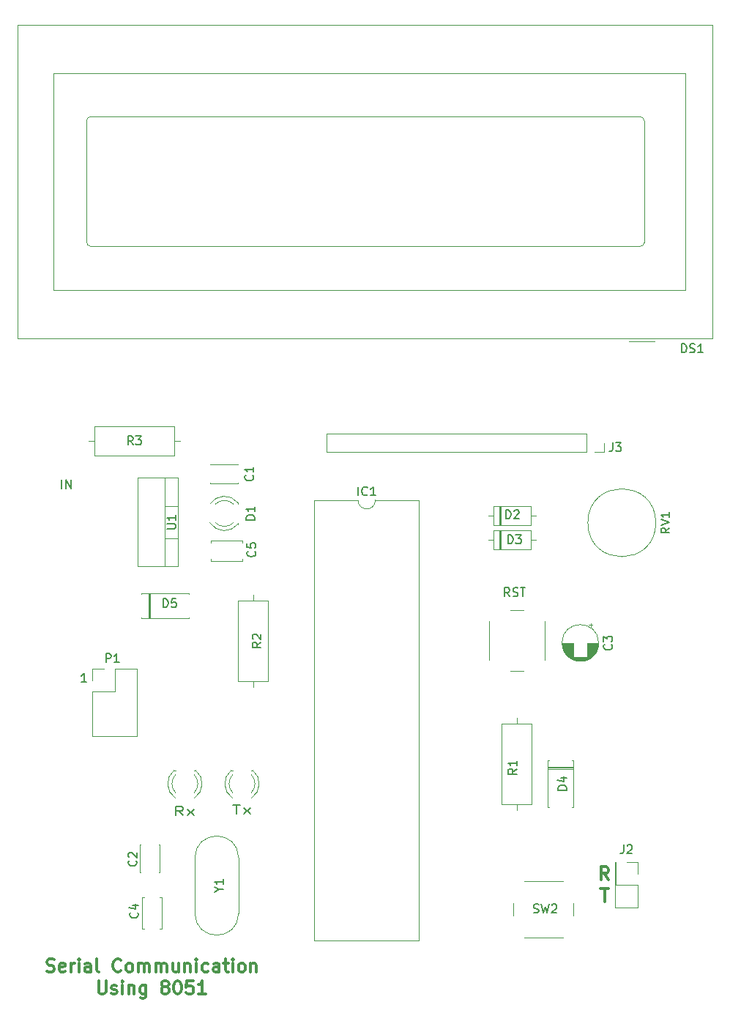
<source format=gto>
%TF.GenerationSoftware,KiCad,Pcbnew,(5.1.9)-1*%
%TF.CreationDate,2021-04-15T23:19:31+05:30*%
%TF.ProjectId,8051 Transmitter End,38303531-2054-4726-916e-736d69747465,01*%
%TF.SameCoordinates,Original*%
%TF.FileFunction,Legend,Top*%
%TF.FilePolarity,Positive*%
%FSLAX46Y46*%
G04 Gerber Fmt 4.6, Leading zero omitted, Abs format (unit mm)*
G04 Created by KiCad (PCBNEW (5.1.9)-1) date 2021-04-15 23:19:31*
%MOMM*%
%LPD*%
G01*
G04 APERTURE LIST*
%ADD10C,0.300000*%
%ADD11C,0.150000*%
%ADD12C,0.120000*%
G04 APERTURE END LIST*
D10*
X127210285Y-123355571D02*
X126710285Y-122641285D01*
X126353142Y-123355571D02*
X126353142Y-121855571D01*
X126924571Y-121855571D01*
X127067428Y-121927000D01*
X127138857Y-121998428D01*
X127210285Y-122141285D01*
X127210285Y-122355571D01*
X127138857Y-122498428D01*
X127067428Y-122569857D01*
X126924571Y-122641285D01*
X126353142Y-122641285D01*
X126317428Y-124405571D02*
X127174571Y-124405571D01*
X126746000Y-125905571D02*
X126746000Y-124405571D01*
X62279142Y-133952142D02*
X62493428Y-134023571D01*
X62850571Y-134023571D01*
X62993428Y-133952142D01*
X63064857Y-133880714D01*
X63136285Y-133737857D01*
X63136285Y-133595000D01*
X63064857Y-133452142D01*
X62993428Y-133380714D01*
X62850571Y-133309285D01*
X62564857Y-133237857D01*
X62421999Y-133166428D01*
X62350571Y-133095000D01*
X62279142Y-132952142D01*
X62279142Y-132809285D01*
X62350571Y-132666428D01*
X62421999Y-132595000D01*
X62564857Y-132523571D01*
X62921999Y-132523571D01*
X63136285Y-132595000D01*
X64350571Y-133952142D02*
X64207714Y-134023571D01*
X63921999Y-134023571D01*
X63779142Y-133952142D01*
X63707714Y-133809285D01*
X63707714Y-133237857D01*
X63779142Y-133095000D01*
X63921999Y-133023571D01*
X64207714Y-133023571D01*
X64350571Y-133095000D01*
X64421999Y-133237857D01*
X64421999Y-133380714D01*
X63707714Y-133523571D01*
X65064857Y-134023571D02*
X65064857Y-133023571D01*
X65064857Y-133309285D02*
X65136285Y-133166428D01*
X65207714Y-133095000D01*
X65350571Y-133023571D01*
X65493428Y-133023571D01*
X65993428Y-134023571D02*
X65993428Y-133023571D01*
X65993428Y-132523571D02*
X65921999Y-132595000D01*
X65993428Y-132666428D01*
X66064857Y-132595000D01*
X65993428Y-132523571D01*
X65993428Y-132666428D01*
X67350571Y-134023571D02*
X67350571Y-133237857D01*
X67279142Y-133095000D01*
X67136285Y-133023571D01*
X66850571Y-133023571D01*
X66707714Y-133095000D01*
X67350571Y-133952142D02*
X67207714Y-134023571D01*
X66850571Y-134023571D01*
X66707714Y-133952142D01*
X66636285Y-133809285D01*
X66636285Y-133666428D01*
X66707714Y-133523571D01*
X66850571Y-133452142D01*
X67207714Y-133452142D01*
X67350571Y-133380714D01*
X68279142Y-134023571D02*
X68136285Y-133952142D01*
X68064857Y-133809285D01*
X68064857Y-132523571D01*
X70850571Y-133880714D02*
X70779142Y-133952142D01*
X70564857Y-134023571D01*
X70422000Y-134023571D01*
X70207714Y-133952142D01*
X70064857Y-133809285D01*
X69993428Y-133666428D01*
X69922000Y-133380714D01*
X69922000Y-133166428D01*
X69993428Y-132880714D01*
X70064857Y-132737857D01*
X70207714Y-132595000D01*
X70422000Y-132523571D01*
X70564857Y-132523571D01*
X70779142Y-132595000D01*
X70850571Y-132666428D01*
X71707714Y-134023571D02*
X71564857Y-133952142D01*
X71493428Y-133880714D01*
X71422000Y-133737857D01*
X71422000Y-133309285D01*
X71493428Y-133166428D01*
X71564857Y-133095000D01*
X71707714Y-133023571D01*
X71922000Y-133023571D01*
X72064857Y-133095000D01*
X72136285Y-133166428D01*
X72207714Y-133309285D01*
X72207714Y-133737857D01*
X72136285Y-133880714D01*
X72064857Y-133952142D01*
X71922000Y-134023571D01*
X71707714Y-134023571D01*
X72850571Y-134023571D02*
X72850571Y-133023571D01*
X72850571Y-133166428D02*
X72922000Y-133095000D01*
X73064857Y-133023571D01*
X73279142Y-133023571D01*
X73422000Y-133095000D01*
X73493428Y-133237857D01*
X73493428Y-134023571D01*
X73493428Y-133237857D02*
X73564857Y-133095000D01*
X73707714Y-133023571D01*
X73922000Y-133023571D01*
X74064857Y-133095000D01*
X74136285Y-133237857D01*
X74136285Y-134023571D01*
X74850571Y-134023571D02*
X74850571Y-133023571D01*
X74850571Y-133166428D02*
X74922000Y-133095000D01*
X75064857Y-133023571D01*
X75279142Y-133023571D01*
X75422000Y-133095000D01*
X75493428Y-133237857D01*
X75493428Y-134023571D01*
X75493428Y-133237857D02*
X75564857Y-133095000D01*
X75707714Y-133023571D01*
X75922000Y-133023571D01*
X76064857Y-133095000D01*
X76136285Y-133237857D01*
X76136285Y-134023571D01*
X77493428Y-133023571D02*
X77493428Y-134023571D01*
X76850571Y-133023571D02*
X76850571Y-133809285D01*
X76922000Y-133952142D01*
X77064857Y-134023571D01*
X77279142Y-134023571D01*
X77422000Y-133952142D01*
X77493428Y-133880714D01*
X78207714Y-133023571D02*
X78207714Y-134023571D01*
X78207714Y-133166428D02*
X78279142Y-133095000D01*
X78422000Y-133023571D01*
X78636285Y-133023571D01*
X78779142Y-133095000D01*
X78850571Y-133237857D01*
X78850571Y-134023571D01*
X79564857Y-134023571D02*
X79564857Y-133023571D01*
X79564857Y-132523571D02*
X79493428Y-132595000D01*
X79564857Y-132666428D01*
X79636285Y-132595000D01*
X79564857Y-132523571D01*
X79564857Y-132666428D01*
X80922000Y-133952142D02*
X80779142Y-134023571D01*
X80493428Y-134023571D01*
X80350571Y-133952142D01*
X80279142Y-133880714D01*
X80207714Y-133737857D01*
X80207714Y-133309285D01*
X80279142Y-133166428D01*
X80350571Y-133095000D01*
X80493428Y-133023571D01*
X80779142Y-133023571D01*
X80922000Y-133095000D01*
X82207714Y-134023571D02*
X82207714Y-133237857D01*
X82136285Y-133095000D01*
X81993428Y-133023571D01*
X81707714Y-133023571D01*
X81564857Y-133095000D01*
X82207714Y-133952142D02*
X82064857Y-134023571D01*
X81707714Y-134023571D01*
X81564857Y-133952142D01*
X81493428Y-133809285D01*
X81493428Y-133666428D01*
X81564857Y-133523571D01*
X81707714Y-133452142D01*
X82064857Y-133452142D01*
X82207714Y-133380714D01*
X82707714Y-133023571D02*
X83279142Y-133023571D01*
X82922000Y-132523571D02*
X82922000Y-133809285D01*
X82993428Y-133952142D01*
X83136285Y-134023571D01*
X83279142Y-134023571D01*
X83779142Y-134023571D02*
X83779142Y-133023571D01*
X83779142Y-132523571D02*
X83707714Y-132595000D01*
X83779142Y-132666428D01*
X83850571Y-132595000D01*
X83779142Y-132523571D01*
X83779142Y-132666428D01*
X84707714Y-134023571D02*
X84564857Y-133952142D01*
X84493428Y-133880714D01*
X84422000Y-133737857D01*
X84422000Y-133309285D01*
X84493428Y-133166428D01*
X84564857Y-133095000D01*
X84707714Y-133023571D01*
X84922000Y-133023571D01*
X85064857Y-133095000D01*
X85136285Y-133166428D01*
X85207714Y-133309285D01*
X85207714Y-133737857D01*
X85136285Y-133880714D01*
X85064857Y-133952142D01*
X84922000Y-134023571D01*
X84707714Y-134023571D01*
X85850571Y-133023571D02*
X85850571Y-134023571D01*
X85850571Y-133166428D02*
X85922000Y-133095000D01*
X86064857Y-133023571D01*
X86279142Y-133023571D01*
X86422000Y-133095000D01*
X86493428Y-133237857D01*
X86493428Y-134023571D01*
X68243428Y-135073571D02*
X68243428Y-136287857D01*
X68314857Y-136430714D01*
X68386285Y-136502142D01*
X68529142Y-136573571D01*
X68814857Y-136573571D01*
X68957714Y-136502142D01*
X69029142Y-136430714D01*
X69100571Y-136287857D01*
X69100571Y-135073571D01*
X69743428Y-136502142D02*
X69886285Y-136573571D01*
X70172000Y-136573571D01*
X70314857Y-136502142D01*
X70386285Y-136359285D01*
X70386285Y-136287857D01*
X70314857Y-136145000D01*
X70172000Y-136073571D01*
X69957714Y-136073571D01*
X69814857Y-136002142D01*
X69743428Y-135859285D01*
X69743428Y-135787857D01*
X69814857Y-135645000D01*
X69957714Y-135573571D01*
X70172000Y-135573571D01*
X70314857Y-135645000D01*
X71029142Y-136573571D02*
X71029142Y-135573571D01*
X71029142Y-135073571D02*
X70957714Y-135145000D01*
X71029142Y-135216428D01*
X71100571Y-135145000D01*
X71029142Y-135073571D01*
X71029142Y-135216428D01*
X71743428Y-135573571D02*
X71743428Y-136573571D01*
X71743428Y-135716428D02*
X71814857Y-135645000D01*
X71957714Y-135573571D01*
X72172000Y-135573571D01*
X72314857Y-135645000D01*
X72386285Y-135787857D01*
X72386285Y-136573571D01*
X73743428Y-135573571D02*
X73743428Y-136787857D01*
X73672000Y-136930714D01*
X73600571Y-137002142D01*
X73457714Y-137073571D01*
X73243428Y-137073571D01*
X73100571Y-137002142D01*
X73743428Y-136502142D02*
X73600571Y-136573571D01*
X73314857Y-136573571D01*
X73172000Y-136502142D01*
X73100571Y-136430714D01*
X73029142Y-136287857D01*
X73029142Y-135859285D01*
X73100571Y-135716428D01*
X73172000Y-135645000D01*
X73314857Y-135573571D01*
X73600571Y-135573571D01*
X73743428Y-135645000D01*
X75814857Y-135716428D02*
X75672000Y-135645000D01*
X75600571Y-135573571D01*
X75529142Y-135430714D01*
X75529142Y-135359285D01*
X75600571Y-135216428D01*
X75672000Y-135145000D01*
X75814857Y-135073571D01*
X76100571Y-135073571D01*
X76243428Y-135145000D01*
X76314857Y-135216428D01*
X76386285Y-135359285D01*
X76386285Y-135430714D01*
X76314857Y-135573571D01*
X76243428Y-135645000D01*
X76100571Y-135716428D01*
X75814857Y-135716428D01*
X75672000Y-135787857D01*
X75600571Y-135859285D01*
X75529142Y-136002142D01*
X75529142Y-136287857D01*
X75600571Y-136430714D01*
X75672000Y-136502142D01*
X75814857Y-136573571D01*
X76100571Y-136573571D01*
X76243428Y-136502142D01*
X76314857Y-136430714D01*
X76386285Y-136287857D01*
X76386285Y-136002142D01*
X76314857Y-135859285D01*
X76243428Y-135787857D01*
X76100571Y-135716428D01*
X77314857Y-135073571D02*
X77457714Y-135073571D01*
X77600571Y-135145000D01*
X77672000Y-135216428D01*
X77743428Y-135359285D01*
X77814857Y-135645000D01*
X77814857Y-136002142D01*
X77743428Y-136287857D01*
X77672000Y-136430714D01*
X77600571Y-136502142D01*
X77457714Y-136573571D01*
X77314857Y-136573571D01*
X77172000Y-136502142D01*
X77100571Y-136430714D01*
X77029142Y-136287857D01*
X76957714Y-136002142D01*
X76957714Y-135645000D01*
X77029142Y-135359285D01*
X77100571Y-135216428D01*
X77172000Y-135145000D01*
X77314857Y-135073571D01*
X79172000Y-135073571D02*
X78457714Y-135073571D01*
X78386285Y-135787857D01*
X78457714Y-135716428D01*
X78600571Y-135645000D01*
X78957714Y-135645000D01*
X79100571Y-135716428D01*
X79172000Y-135787857D01*
X79243428Y-135930714D01*
X79243428Y-136287857D01*
X79172000Y-136430714D01*
X79100571Y-136502142D01*
X78957714Y-136573571D01*
X78600571Y-136573571D01*
X78457714Y-136502142D01*
X78386285Y-136430714D01*
X80672000Y-136573571D02*
X79814857Y-136573571D01*
X80243428Y-136573571D02*
X80243428Y-135073571D01*
X80100571Y-135287857D01*
X79957714Y-135430714D01*
X79814857Y-135502142D01*
D11*
X63992190Y-78176380D02*
X63992190Y-77176380D01*
X64468380Y-78176380D02*
X64468380Y-77176380D01*
X65039809Y-78176380D01*
X65039809Y-77176380D01*
X66833714Y-100528380D02*
X66262285Y-100528380D01*
X66548000Y-100528380D02*
X66548000Y-99528380D01*
X66452761Y-99671238D01*
X66357523Y-99766476D01*
X66262285Y-99814095D01*
D12*
%TO.C,P1*%
X67504000Y-99000000D02*
X68834000Y-99000000D01*
X67504000Y-100330000D02*
X67504000Y-99000000D01*
X70104000Y-99000000D02*
X72704000Y-99000000D01*
X70104000Y-101600000D02*
X70104000Y-99000000D01*
X67504000Y-101600000D02*
X70104000Y-101600000D01*
X72704000Y-99000000D02*
X72704000Y-106740000D01*
X67504000Y-101600000D02*
X67504000Y-106740000D01*
X67504000Y-106740000D02*
X72704000Y-106740000D01*
%TO.C,IC1*%
X105318000Y-79492000D02*
X100258000Y-79492000D01*
X105318000Y-130412000D02*
X105318000Y-79492000D01*
X93198000Y-130412000D02*
X105318000Y-130412000D01*
X93198000Y-79492000D02*
X93198000Y-130412000D01*
X98258000Y-79492000D02*
X93198000Y-79492000D01*
X100258000Y-79492000D02*
G75*
G02*
X98258000Y-79492000I-1000000J0D01*
G01*
%TO.C,J3*%
X126694000Y-72898000D02*
X126694000Y-73958000D01*
X126694000Y-73958000D02*
X125634000Y-73958000D01*
X124634000Y-73958000D02*
X94574000Y-73958000D01*
X94574000Y-71838000D02*
X94574000Y-73958000D01*
X124634000Y-71838000D02*
X94574000Y-71838000D01*
X124634000Y-71838000D02*
X124634000Y-73958000D01*
%TO.C,J2*%
X130616000Y-121352000D02*
X130616000Y-122682000D01*
X129286000Y-121352000D02*
X130616000Y-121352000D01*
X130616000Y-123952000D02*
X130616000Y-126552000D01*
X128016000Y-123952000D02*
X130616000Y-123952000D01*
X128016000Y-121352000D02*
X128016000Y-123952000D01*
X130616000Y-126552000D02*
X127956000Y-126552000D01*
X128016000Y-121352000D02*
X127956000Y-121352000D01*
X127956000Y-121352000D02*
X127956000Y-126552000D01*
%TO.C,R3*%
X67080000Y-72644000D02*
X67770000Y-72644000D01*
X77700000Y-72644000D02*
X77010000Y-72644000D01*
X67770000Y-74364000D02*
X77010000Y-74364000D01*
X67770000Y-70924000D02*
X67770000Y-74364000D01*
X77010000Y-70924000D02*
X67770000Y-70924000D01*
X77010000Y-74364000D02*
X77010000Y-70924000D01*
%TO.C,R2*%
X86106000Y-101068000D02*
X86106000Y-100378000D01*
X86106000Y-90448000D02*
X86106000Y-91138000D01*
X87826000Y-100378000D02*
X87826000Y-91138000D01*
X84386000Y-100378000D02*
X87826000Y-100378000D01*
X84386000Y-91138000D02*
X84386000Y-100378000D01*
X87826000Y-91138000D02*
X84386000Y-91138000D01*
%TO.C,R1*%
X116586000Y-115292000D02*
X116586000Y-114602000D01*
X116586000Y-104672000D02*
X116586000Y-105362000D01*
X118306000Y-114602000D02*
X118306000Y-105362000D01*
X114866000Y-114602000D02*
X118306000Y-114602000D01*
X114866000Y-105362000D02*
X114866000Y-114602000D01*
X118306000Y-105362000D02*
X114866000Y-105362000D01*
%TO.C,D5*%
X74006000Y-90224000D02*
X74006000Y-93164000D01*
X74246000Y-90224000D02*
X74246000Y-93164000D01*
X74126000Y-90224000D02*
X74126000Y-93164000D01*
X78666000Y-93164000D02*
X78666000Y-93034000D01*
X73226000Y-93164000D02*
X78666000Y-93164000D01*
X73226000Y-93034000D02*
X73226000Y-93164000D01*
X78666000Y-90224000D02*
X78666000Y-90354000D01*
X73226000Y-90224000D02*
X78666000Y-90224000D01*
X73226000Y-90354000D02*
X73226000Y-90224000D01*
%TO.C,D4*%
X123136000Y-110328000D02*
X120196000Y-110328000D01*
X123136000Y-110568000D02*
X120196000Y-110568000D01*
X123136000Y-110448000D02*
X120196000Y-110448000D01*
X120196000Y-114988000D02*
X120326000Y-114988000D01*
X120196000Y-109548000D02*
X120196000Y-114988000D01*
X120326000Y-109548000D02*
X120196000Y-109548000D01*
X123136000Y-114988000D02*
X123006000Y-114988000D01*
X123136000Y-109548000D02*
X123136000Y-114988000D01*
X123006000Y-109548000D02*
X123136000Y-109548000D01*
%TO.C,D3*%
X114558000Y-82954000D02*
X114558000Y-85194000D01*
X114798000Y-82954000D02*
X114798000Y-85194000D01*
X114678000Y-82954000D02*
X114678000Y-85194000D01*
X118848000Y-84074000D02*
X118198000Y-84074000D01*
X113308000Y-84074000D02*
X113958000Y-84074000D01*
X118198000Y-82954000D02*
X113958000Y-82954000D01*
X118198000Y-85194000D02*
X118198000Y-82954000D01*
X113958000Y-85194000D02*
X118198000Y-85194000D01*
X113958000Y-82954000D02*
X113958000Y-85194000D01*
%TO.C,D2*%
X114558000Y-80160000D02*
X114558000Y-82400000D01*
X114798000Y-80160000D02*
X114798000Y-82400000D01*
X114678000Y-80160000D02*
X114678000Y-82400000D01*
X118848000Y-81280000D02*
X118198000Y-81280000D01*
X113308000Y-81280000D02*
X113958000Y-81280000D01*
X118198000Y-80160000D02*
X113958000Y-80160000D01*
X118198000Y-82400000D02*
X118198000Y-80160000D01*
X113958000Y-82400000D02*
X118198000Y-82400000D01*
X113958000Y-80160000D02*
X113958000Y-82400000D01*
%TO.C,Y1*%
X79393000Y-120842000D02*
X79393000Y-127242000D01*
X84443000Y-120842000D02*
X84443000Y-127242000D01*
X79393000Y-127242000D02*
G75*
G03*
X84443000Y-127242000I2525000J0D01*
G01*
X79393000Y-120842000D02*
G75*
G02*
X84443000Y-120842000I2525000J0D01*
G01*
%TO.C,U1*%
X77438000Y-83893000D02*
X75928000Y-83893000D01*
X77438000Y-80192000D02*
X75928000Y-80192000D01*
X75928000Y-76922000D02*
X75928000Y-87162000D01*
X77438000Y-87162000D02*
X72797000Y-87162000D01*
X77438000Y-76922000D02*
X72797000Y-76922000D01*
X72797000Y-76922000D02*
X72797000Y-87162000D01*
X77438000Y-76922000D02*
X77438000Y-87162000D01*
%TO.C,SW2*%
X116186000Y-126032000D02*
X116186000Y-127532000D01*
X117436000Y-130032000D02*
X121936000Y-130032000D01*
X123186000Y-127532000D02*
X123186000Y-126032000D01*
X121936000Y-123532000D02*
X117436000Y-123532000D01*
%TO.C,RST*%
X115872000Y-99206000D02*
X117372000Y-99206000D01*
X119872000Y-97956000D02*
X119872000Y-93456000D01*
X117372000Y-92206000D02*
X115872000Y-92206000D01*
X113372000Y-93456000D02*
X113372000Y-97956000D01*
%TO.C,RV1*%
X132688000Y-82102000D02*
G75*
G03*
X132688000Y-82102000I-3930000J0D01*
G01*
%TO.C,DS1*%
X136064000Y-30166000D02*
X136064000Y-55166000D01*
X63064000Y-30166000D02*
X136064000Y-30166000D01*
X63064000Y-55166000D02*
X63064000Y-30166000D01*
X136064000Y-55166000D02*
X63064000Y-55166000D01*
X66864000Y-49666000D02*
X66864000Y-35666000D01*
X67363340Y-35166000D02*
X130864000Y-35166000D01*
X131363720Y-35666680D02*
X131363720Y-49666000D01*
X130864000Y-50166000D02*
X67364000Y-50166000D01*
X132564000Y-61166000D02*
X129564000Y-61166000D01*
X139194000Y-60806000D02*
X138404000Y-60806000D01*
X139204000Y-60806000D02*
X139204000Y-24526000D01*
X58924000Y-60806000D02*
X138404000Y-60806000D01*
X58924000Y-24526000D02*
X58924000Y-60806000D01*
X139204000Y-24526000D02*
X58924000Y-24526000D01*
X130863340Y-50167540D02*
G75*
G03*
X131363720Y-49667160I0J500380D01*
G01*
X131363720Y-35666680D02*
G75*
G03*
X130863340Y-35166300I-500380J0D01*
G01*
X67363340Y-35166300D02*
G75*
G03*
X66862960Y-35666680I0J-500380D01*
G01*
X66864000Y-49666000D02*
G75*
G03*
X67364000Y-50166000I500000J0D01*
G01*
%TO.C,Tx*%
X83756000Y-110708000D02*
X83600000Y-110708000D01*
X86072000Y-110708000D02*
X85916000Y-110708000D01*
X83756163Y-113309130D02*
G75*
G02*
X83756000Y-111227039I1079837J1041130D01*
G01*
X85915837Y-113309130D02*
G75*
G03*
X85916000Y-111227039I-1079837J1041130D01*
G01*
X83757392Y-113940335D02*
G75*
G02*
X83600484Y-110708000I1078608J1672335D01*
G01*
X85914608Y-113940335D02*
G75*
G03*
X86071516Y-110708000I-1078608J1672335D01*
G01*
%TO.C,Rx*%
X77152000Y-110708000D02*
X76996000Y-110708000D01*
X79468000Y-110708000D02*
X79312000Y-110708000D01*
X77152163Y-113309130D02*
G75*
G02*
X77152000Y-111227039I1079837J1041130D01*
G01*
X79311837Y-113309130D02*
G75*
G03*
X79312000Y-111227039I-1079837J1041130D01*
G01*
X77153392Y-113940335D02*
G75*
G02*
X76996484Y-110708000I1078608J1672335D01*
G01*
X79310608Y-113940335D02*
G75*
G03*
X79467516Y-110708000I-1078608J1672335D01*
G01*
%TO.C,D1*%
X84364000Y-79946000D02*
X84364000Y-79790000D01*
X84364000Y-82262000D02*
X84364000Y-82106000D01*
X81762870Y-79946163D02*
G75*
G02*
X83844961Y-79946000I1041130J-1079837D01*
G01*
X81762870Y-82105837D02*
G75*
G03*
X83844961Y-82106000I1041130J1079837D01*
G01*
X81131665Y-79947392D02*
G75*
G02*
X84364000Y-79790484I1672335J-1078608D01*
G01*
X81131665Y-82104608D02*
G75*
G03*
X84364000Y-82261516I1672335J1078608D01*
G01*
%TO.C,C5*%
X84858000Y-86269000D02*
X84858000Y-86514000D01*
X84858000Y-84174000D02*
X84858000Y-84419000D01*
X81218000Y-86269000D02*
X81218000Y-86514000D01*
X81218000Y-84174000D02*
X81218000Y-84419000D01*
X81218000Y-86514000D02*
X84858000Y-86514000D01*
X81218000Y-84174000D02*
X84858000Y-84174000D01*
%TO.C,C4*%
X73497000Y-129054000D02*
X73252000Y-129054000D01*
X75592000Y-129054000D02*
X75347000Y-129054000D01*
X73497000Y-125414000D02*
X73252000Y-125414000D01*
X75592000Y-125414000D02*
X75347000Y-125414000D01*
X73252000Y-125414000D02*
X73252000Y-129054000D01*
X75592000Y-125414000D02*
X75592000Y-129054000D01*
%TO.C,C3*%
X125347000Y-93930199D02*
X124947000Y-93930199D01*
X125147000Y-93730199D02*
X125147000Y-94130199D01*
X124322000Y-98081000D02*
X123582000Y-98081000D01*
X124489000Y-98041000D02*
X123415000Y-98041000D01*
X124616000Y-98001000D02*
X123288000Y-98001000D01*
X124720000Y-97961000D02*
X123184000Y-97961000D01*
X124811000Y-97921000D02*
X123093000Y-97921000D01*
X124892000Y-97881000D02*
X123012000Y-97881000D01*
X124965000Y-97841000D02*
X122939000Y-97841000D01*
X125032000Y-97801000D02*
X122872000Y-97801000D01*
X125094000Y-97761000D02*
X122810000Y-97761000D01*
X125152000Y-97721000D02*
X122752000Y-97721000D01*
X125206000Y-97681000D02*
X122698000Y-97681000D01*
X125256000Y-97641000D02*
X122648000Y-97641000D01*
X125303000Y-97601000D02*
X122601000Y-97601000D01*
X123112000Y-97561000D02*
X122556000Y-97561000D01*
X125348000Y-97561000D02*
X124792000Y-97561000D01*
X123112000Y-97521000D02*
X122514000Y-97521000D01*
X125390000Y-97521000D02*
X124792000Y-97521000D01*
X123112000Y-97481000D02*
X122474000Y-97481000D01*
X125430000Y-97481000D02*
X124792000Y-97481000D01*
X123112000Y-97441000D02*
X122436000Y-97441000D01*
X125468000Y-97441000D02*
X124792000Y-97441000D01*
X123112000Y-97401000D02*
X122400000Y-97401000D01*
X125504000Y-97401000D02*
X124792000Y-97401000D01*
X123112000Y-97361000D02*
X122365000Y-97361000D01*
X125539000Y-97361000D02*
X124792000Y-97361000D01*
X123112000Y-97321000D02*
X122333000Y-97321000D01*
X125571000Y-97321000D02*
X124792000Y-97321000D01*
X123112000Y-97281000D02*
X122302000Y-97281000D01*
X125602000Y-97281000D02*
X124792000Y-97281000D01*
X123112000Y-97241000D02*
X122272000Y-97241000D01*
X125632000Y-97241000D02*
X124792000Y-97241000D01*
X123112000Y-97201000D02*
X122244000Y-97201000D01*
X125660000Y-97201000D02*
X124792000Y-97201000D01*
X123112000Y-97161000D02*
X122217000Y-97161000D01*
X125687000Y-97161000D02*
X124792000Y-97161000D01*
X123112000Y-97121000D02*
X122192000Y-97121000D01*
X125712000Y-97121000D02*
X124792000Y-97121000D01*
X123112000Y-97081000D02*
X122167000Y-97081000D01*
X125737000Y-97081000D02*
X124792000Y-97081000D01*
X123112000Y-97041000D02*
X122144000Y-97041000D01*
X125760000Y-97041000D02*
X124792000Y-97041000D01*
X123112000Y-97001000D02*
X122122000Y-97001000D01*
X125782000Y-97001000D02*
X124792000Y-97001000D01*
X123112000Y-96961000D02*
X122101000Y-96961000D01*
X125803000Y-96961000D02*
X124792000Y-96961000D01*
X123112000Y-96921000D02*
X122082000Y-96921000D01*
X125822000Y-96921000D02*
X124792000Y-96921000D01*
X123112000Y-96881000D02*
X122063000Y-96881000D01*
X125841000Y-96881000D02*
X124792000Y-96881000D01*
X123112000Y-96841000D02*
X122045000Y-96841000D01*
X125859000Y-96841000D02*
X124792000Y-96841000D01*
X123112000Y-96801000D02*
X122028000Y-96801000D01*
X125876000Y-96801000D02*
X124792000Y-96801000D01*
X123112000Y-96761000D02*
X122012000Y-96761000D01*
X125892000Y-96761000D02*
X124792000Y-96761000D01*
X123112000Y-96721000D02*
X121998000Y-96721000D01*
X125906000Y-96721000D02*
X124792000Y-96721000D01*
X123112000Y-96680000D02*
X121984000Y-96680000D01*
X125920000Y-96680000D02*
X124792000Y-96680000D01*
X123112000Y-96640000D02*
X121970000Y-96640000D01*
X125934000Y-96640000D02*
X124792000Y-96640000D01*
X123112000Y-96600000D02*
X121958000Y-96600000D01*
X125946000Y-96600000D02*
X124792000Y-96600000D01*
X123112000Y-96560000D02*
X121947000Y-96560000D01*
X125957000Y-96560000D02*
X124792000Y-96560000D01*
X123112000Y-96520000D02*
X121936000Y-96520000D01*
X125968000Y-96520000D02*
X124792000Y-96520000D01*
X123112000Y-96480000D02*
X121927000Y-96480000D01*
X125977000Y-96480000D02*
X124792000Y-96480000D01*
X123112000Y-96440000D02*
X121918000Y-96440000D01*
X125986000Y-96440000D02*
X124792000Y-96440000D01*
X123112000Y-96400000D02*
X121910000Y-96400000D01*
X125994000Y-96400000D02*
X124792000Y-96400000D01*
X123112000Y-96360000D02*
X121902000Y-96360000D01*
X126002000Y-96360000D02*
X124792000Y-96360000D01*
X123112000Y-96320000D02*
X121896000Y-96320000D01*
X126008000Y-96320000D02*
X124792000Y-96320000D01*
X123112000Y-96280000D02*
X121890000Y-96280000D01*
X126014000Y-96280000D02*
X124792000Y-96280000D01*
X123112000Y-96240000D02*
X121885000Y-96240000D01*
X126019000Y-96240000D02*
X124792000Y-96240000D01*
X123112000Y-96200000D02*
X121881000Y-96200000D01*
X126023000Y-96200000D02*
X124792000Y-96200000D01*
X123112000Y-96160000D02*
X121878000Y-96160000D01*
X126026000Y-96160000D02*
X124792000Y-96160000D01*
X123112000Y-96120000D02*
X121875000Y-96120000D01*
X126029000Y-96120000D02*
X124792000Y-96120000D01*
X126031000Y-96080000D02*
X124792000Y-96080000D01*
X123112000Y-96080000D02*
X121873000Y-96080000D01*
X126032000Y-96040000D02*
X124792000Y-96040000D01*
X123112000Y-96040000D02*
X121872000Y-96040000D01*
X126032000Y-96000000D02*
X124792000Y-96000000D01*
X123112000Y-96000000D02*
X121872000Y-96000000D01*
X126072000Y-96000000D02*
G75*
G03*
X126072000Y-96000000I-2120000J0D01*
G01*
%TO.C,C2*%
X73113000Y-122504000D02*
X73048000Y-122504000D01*
X75288000Y-122504000D02*
X75223000Y-122504000D01*
X73113000Y-119264000D02*
X73048000Y-119264000D01*
X75288000Y-119264000D02*
X75223000Y-119264000D01*
X73048000Y-119264000D02*
X73048000Y-122504000D01*
X75288000Y-119264000D02*
X75288000Y-122504000D01*
%TO.C,C1*%
X84404000Y-77509000D02*
X84404000Y-77574000D01*
X84404000Y-75334000D02*
X84404000Y-75399000D01*
X81164000Y-77509000D02*
X81164000Y-77574000D01*
X81164000Y-75334000D02*
X81164000Y-75399000D01*
X81164000Y-77574000D02*
X84404000Y-77574000D01*
X81164000Y-75334000D02*
X84404000Y-75334000D01*
%TO.C,P1*%
D11*
X69111904Y-98242380D02*
X69111904Y-97242380D01*
X69492857Y-97242380D01*
X69588095Y-97290000D01*
X69635714Y-97337619D01*
X69683333Y-97432857D01*
X69683333Y-97575714D01*
X69635714Y-97670952D01*
X69588095Y-97718571D01*
X69492857Y-97766190D01*
X69111904Y-97766190D01*
X70635714Y-98242380D02*
X70064285Y-98242380D01*
X70350000Y-98242380D02*
X70350000Y-97242380D01*
X70254761Y-97385238D01*
X70159523Y-97480476D01*
X70064285Y-97528095D01*
%TO.C,IC1*%
X98281809Y-78944380D02*
X98281809Y-77944380D01*
X99329428Y-78849142D02*
X99281809Y-78896761D01*
X99138952Y-78944380D01*
X99043714Y-78944380D01*
X98900857Y-78896761D01*
X98805619Y-78801523D01*
X98758000Y-78706285D01*
X98710380Y-78515809D01*
X98710380Y-78372952D01*
X98758000Y-78182476D01*
X98805619Y-78087238D01*
X98900857Y-77992000D01*
X99043714Y-77944380D01*
X99138952Y-77944380D01*
X99281809Y-77992000D01*
X99329428Y-78039619D01*
X100281809Y-78944380D02*
X99710380Y-78944380D01*
X99996095Y-78944380D02*
X99996095Y-77944380D01*
X99900857Y-78087238D01*
X99805619Y-78182476D01*
X99710380Y-78230095D01*
%TO.C,J3*%
X127682666Y-72858380D02*
X127682666Y-73572666D01*
X127635047Y-73715523D01*
X127539809Y-73810761D01*
X127396952Y-73858380D01*
X127301714Y-73858380D01*
X128063619Y-72858380D02*
X128682666Y-72858380D01*
X128349333Y-73239333D01*
X128492190Y-73239333D01*
X128587428Y-73286952D01*
X128635047Y-73334571D01*
X128682666Y-73429809D01*
X128682666Y-73667904D01*
X128635047Y-73763142D01*
X128587428Y-73810761D01*
X128492190Y-73858380D01*
X128206476Y-73858380D01*
X128111238Y-73810761D01*
X128063619Y-73763142D01*
%TO.C,J2*%
X128952666Y-119340380D02*
X128952666Y-120054666D01*
X128905047Y-120197523D01*
X128809809Y-120292761D01*
X128666952Y-120340380D01*
X128571714Y-120340380D01*
X129381238Y-119435619D02*
X129428857Y-119388000D01*
X129524095Y-119340380D01*
X129762190Y-119340380D01*
X129857428Y-119388000D01*
X129905047Y-119435619D01*
X129952666Y-119530857D01*
X129952666Y-119626095D01*
X129905047Y-119768952D01*
X129333619Y-120340380D01*
X129952666Y-120340380D01*
%TO.C,R3*%
X72223333Y-73096380D02*
X71890000Y-72620190D01*
X71651904Y-73096380D02*
X71651904Y-72096380D01*
X72032857Y-72096380D01*
X72128095Y-72144000D01*
X72175714Y-72191619D01*
X72223333Y-72286857D01*
X72223333Y-72429714D01*
X72175714Y-72524952D01*
X72128095Y-72572571D01*
X72032857Y-72620190D01*
X71651904Y-72620190D01*
X72556666Y-72096380D02*
X73175714Y-72096380D01*
X72842380Y-72477333D01*
X72985238Y-72477333D01*
X73080476Y-72524952D01*
X73128095Y-72572571D01*
X73175714Y-72667809D01*
X73175714Y-72905904D01*
X73128095Y-73001142D01*
X73080476Y-73048761D01*
X72985238Y-73096380D01*
X72699523Y-73096380D01*
X72604285Y-73048761D01*
X72556666Y-73001142D01*
%TO.C,R2*%
X87036040Y-95924666D02*
X86559850Y-96258000D01*
X87036040Y-96496095D02*
X86036040Y-96496095D01*
X86036040Y-96115142D01*
X86083660Y-96019904D01*
X86131279Y-95972285D01*
X86226517Y-95924666D01*
X86369374Y-95924666D01*
X86464612Y-95972285D01*
X86512231Y-96019904D01*
X86559850Y-96115142D01*
X86559850Y-96496095D01*
X86131279Y-95543714D02*
X86083660Y-95496095D01*
X86036040Y-95400857D01*
X86036040Y-95162761D01*
X86083660Y-95067523D01*
X86131279Y-95019904D01*
X86226517Y-94972285D01*
X86321755Y-94972285D01*
X86464612Y-95019904D01*
X87036040Y-95591333D01*
X87036040Y-94972285D01*
%TO.C,R1*%
X116605060Y-110565866D02*
X116128870Y-110899200D01*
X116605060Y-111137295D02*
X115605060Y-111137295D01*
X115605060Y-110756342D01*
X115652680Y-110661104D01*
X115700299Y-110613485D01*
X115795537Y-110565866D01*
X115938394Y-110565866D01*
X116033632Y-110613485D01*
X116081251Y-110661104D01*
X116128870Y-110756342D01*
X116128870Y-111137295D01*
X116605060Y-109613485D02*
X116605060Y-110184914D01*
X116605060Y-109899200D02*
X115605060Y-109899200D01*
X115747918Y-109994438D01*
X115843156Y-110089676D01*
X115890775Y-110184914D01*
%TO.C,D5*%
X75715904Y-91892380D02*
X75715904Y-90892380D01*
X75954000Y-90892380D01*
X76096857Y-90940000D01*
X76192095Y-91035238D01*
X76239714Y-91130476D01*
X76287333Y-91320952D01*
X76287333Y-91463809D01*
X76239714Y-91654285D01*
X76192095Y-91749523D01*
X76096857Y-91844761D01*
X75954000Y-91892380D01*
X75715904Y-91892380D01*
X77192095Y-90892380D02*
X76715904Y-90892380D01*
X76668285Y-91368571D01*
X76715904Y-91320952D01*
X76811142Y-91273333D01*
X77049238Y-91273333D01*
X77144476Y-91320952D01*
X77192095Y-91368571D01*
X77239714Y-91463809D01*
X77239714Y-91701904D01*
X77192095Y-91797142D01*
X77144476Y-91844761D01*
X77049238Y-91892380D01*
X76811142Y-91892380D01*
X76715904Y-91844761D01*
X76668285Y-91797142D01*
%TO.C,D4*%
X122372380Y-113006095D02*
X121372380Y-113006095D01*
X121372380Y-112768000D01*
X121420000Y-112625142D01*
X121515238Y-112529904D01*
X121610476Y-112482285D01*
X121800952Y-112434666D01*
X121943809Y-112434666D01*
X122134285Y-112482285D01*
X122229523Y-112529904D01*
X122324761Y-112625142D01*
X122372380Y-112768000D01*
X122372380Y-113006095D01*
X121705714Y-111577523D02*
X122372380Y-111577523D01*
X121324761Y-111815619D02*
X122039047Y-112053714D01*
X122039047Y-111434666D01*
%TO.C,D3*%
X115593904Y-84526380D02*
X115593904Y-83526380D01*
X115832000Y-83526380D01*
X115974857Y-83574000D01*
X116070095Y-83669238D01*
X116117714Y-83764476D01*
X116165333Y-83954952D01*
X116165333Y-84097809D01*
X116117714Y-84288285D01*
X116070095Y-84383523D01*
X115974857Y-84478761D01*
X115832000Y-84526380D01*
X115593904Y-84526380D01*
X116498666Y-83526380D02*
X117117714Y-83526380D01*
X116784380Y-83907333D01*
X116927238Y-83907333D01*
X117022476Y-83954952D01*
X117070095Y-84002571D01*
X117117714Y-84097809D01*
X117117714Y-84335904D01*
X117070095Y-84431142D01*
X117022476Y-84478761D01*
X116927238Y-84526380D01*
X116641523Y-84526380D01*
X116546285Y-84478761D01*
X116498666Y-84431142D01*
%TO.C,D2*%
X115342444Y-81643480D02*
X115342444Y-80643480D01*
X115580540Y-80643480D01*
X115723397Y-80691100D01*
X115818635Y-80786338D01*
X115866254Y-80881576D01*
X115913873Y-81072052D01*
X115913873Y-81214909D01*
X115866254Y-81405385D01*
X115818635Y-81500623D01*
X115723397Y-81595861D01*
X115580540Y-81643480D01*
X115342444Y-81643480D01*
X116294825Y-80738719D02*
X116342444Y-80691100D01*
X116437682Y-80643480D01*
X116675778Y-80643480D01*
X116771016Y-80691100D01*
X116818635Y-80738719D01*
X116866254Y-80833957D01*
X116866254Y-80929195D01*
X116818635Y-81072052D01*
X116247206Y-81643480D01*
X116866254Y-81643480D01*
%TO.C,Y1*%
X82173590Y-124506430D02*
X82649780Y-124506430D01*
X81649780Y-124839763D02*
X82173590Y-124506430D01*
X81649780Y-124173097D01*
X82649780Y-123315954D02*
X82649780Y-123887382D01*
X82649780Y-123601668D02*
X81649780Y-123601668D01*
X81792638Y-123696906D01*
X81887876Y-123792144D01*
X81935495Y-123887382D01*
%TO.C,U1*%
X76160380Y-82803904D02*
X76969904Y-82803904D01*
X77065142Y-82756285D01*
X77112761Y-82708666D01*
X77160380Y-82613428D01*
X77160380Y-82422952D01*
X77112761Y-82327714D01*
X77065142Y-82280095D01*
X76969904Y-82232476D01*
X76160380Y-82232476D01*
X77160380Y-81232476D02*
X77160380Y-81803904D01*
X77160380Y-81518190D02*
X76160380Y-81518190D01*
X76303238Y-81613428D01*
X76398476Y-81708666D01*
X76446095Y-81803904D01*
%TO.C,SW2*%
X118554666Y-127150761D02*
X118697523Y-127198380D01*
X118935619Y-127198380D01*
X119030857Y-127150761D01*
X119078476Y-127103142D01*
X119126095Y-127007904D01*
X119126095Y-126912666D01*
X119078476Y-126817428D01*
X119030857Y-126769809D01*
X118935619Y-126722190D01*
X118745142Y-126674571D01*
X118649904Y-126626952D01*
X118602285Y-126579333D01*
X118554666Y-126484095D01*
X118554666Y-126388857D01*
X118602285Y-126293619D01*
X118649904Y-126246000D01*
X118745142Y-126198380D01*
X118983238Y-126198380D01*
X119126095Y-126246000D01*
X119459428Y-126198380D02*
X119697523Y-127198380D01*
X119888000Y-126484095D01*
X120078476Y-127198380D01*
X120316571Y-126198380D01*
X120649904Y-126293619D02*
X120697523Y-126246000D01*
X120792761Y-126198380D01*
X121030857Y-126198380D01*
X121126095Y-126246000D01*
X121173714Y-126293619D01*
X121221333Y-126388857D01*
X121221333Y-126484095D01*
X121173714Y-126626952D01*
X120602285Y-127198380D01*
X121221333Y-127198380D01*
%TO.C,RST*%
X115784380Y-90622380D02*
X115451047Y-90146190D01*
X115212952Y-90622380D02*
X115212952Y-89622380D01*
X115593904Y-89622380D01*
X115689142Y-89670000D01*
X115736761Y-89717619D01*
X115784380Y-89812857D01*
X115784380Y-89955714D01*
X115736761Y-90050952D01*
X115689142Y-90098571D01*
X115593904Y-90146190D01*
X115212952Y-90146190D01*
X116165333Y-90574761D02*
X116308190Y-90622380D01*
X116546285Y-90622380D01*
X116641523Y-90574761D01*
X116689142Y-90527142D01*
X116736761Y-90431904D01*
X116736761Y-90336666D01*
X116689142Y-90241428D01*
X116641523Y-90193809D01*
X116546285Y-90146190D01*
X116355809Y-90098571D01*
X116260571Y-90050952D01*
X116212952Y-90003333D01*
X116165333Y-89908095D01*
X116165333Y-89812857D01*
X116212952Y-89717619D01*
X116260571Y-89670000D01*
X116355809Y-89622380D01*
X116593904Y-89622380D01*
X116736761Y-89670000D01*
X117022476Y-89622380D02*
X117593904Y-89622380D01*
X117308190Y-90622380D02*
X117308190Y-89622380D01*
%TO.C,RV1*%
X134270380Y-82697238D02*
X133794190Y-83030571D01*
X134270380Y-83268666D02*
X133270380Y-83268666D01*
X133270380Y-82887714D01*
X133318000Y-82792476D01*
X133365619Y-82744857D01*
X133460857Y-82697238D01*
X133603714Y-82697238D01*
X133698952Y-82744857D01*
X133746571Y-82792476D01*
X133794190Y-82887714D01*
X133794190Y-83268666D01*
X133270380Y-82411523D02*
X134270380Y-82078190D01*
X133270380Y-81744857D01*
X134270380Y-80887714D02*
X134270380Y-81459142D01*
X134270380Y-81173428D02*
X133270380Y-81173428D01*
X133413238Y-81268666D01*
X133508476Y-81363904D01*
X133556095Y-81459142D01*
%TO.C,DS1*%
X135669714Y-62428380D02*
X135669714Y-61428380D01*
X135907809Y-61428380D01*
X136050666Y-61476000D01*
X136145904Y-61571238D01*
X136193523Y-61666476D01*
X136241142Y-61856952D01*
X136241142Y-61999809D01*
X136193523Y-62190285D01*
X136145904Y-62285523D01*
X136050666Y-62380761D01*
X135907809Y-62428380D01*
X135669714Y-62428380D01*
X136622095Y-62380761D02*
X136764952Y-62428380D01*
X137003047Y-62428380D01*
X137098285Y-62380761D01*
X137145904Y-62333142D01*
X137193523Y-62237904D01*
X137193523Y-62142666D01*
X137145904Y-62047428D01*
X137098285Y-61999809D01*
X137003047Y-61952190D01*
X136812571Y-61904571D01*
X136717333Y-61856952D01*
X136669714Y-61809333D01*
X136622095Y-61714095D01*
X136622095Y-61618857D01*
X136669714Y-61523619D01*
X136717333Y-61476000D01*
X136812571Y-61428380D01*
X137050666Y-61428380D01*
X137193523Y-61476000D01*
X138145904Y-62428380D02*
X137574476Y-62428380D01*
X137860190Y-62428380D02*
X137860190Y-61428380D01*
X137764952Y-61571238D01*
X137669714Y-61666476D01*
X137574476Y-61714095D01*
%TO.C,Tx*%
X83800285Y-114760380D02*
X84657428Y-114760380D01*
X84228857Y-115760380D02*
X84228857Y-114760380D01*
X85014571Y-115760380D02*
X85800285Y-115093714D01*
X85014571Y-115093714D02*
X85800285Y-115760380D01*
%TO.C,Rx*%
X78039142Y-115890380D02*
X77539142Y-115414190D01*
X77182000Y-115890380D02*
X77182000Y-114890380D01*
X77753428Y-114890380D01*
X77896285Y-114938000D01*
X77967714Y-114985619D01*
X78039142Y-115080857D01*
X78039142Y-115223714D01*
X77967714Y-115318952D01*
X77896285Y-115366571D01*
X77753428Y-115414190D01*
X77182000Y-115414190D01*
X78539142Y-115890380D02*
X79324857Y-115223714D01*
X78539142Y-115223714D02*
X79324857Y-115890380D01*
%TO.C,D1*%
X86304380Y-81764095D02*
X85304380Y-81764095D01*
X85304380Y-81526000D01*
X85352000Y-81383142D01*
X85447238Y-81287904D01*
X85542476Y-81240285D01*
X85732952Y-81192666D01*
X85875809Y-81192666D01*
X86066285Y-81240285D01*
X86161523Y-81287904D01*
X86256761Y-81383142D01*
X86304380Y-81526000D01*
X86304380Y-81764095D01*
X86304380Y-80240285D02*
X86304380Y-80811714D01*
X86304380Y-80526000D02*
X85304380Y-80526000D01*
X85447238Y-80621238D01*
X85542476Y-80716476D01*
X85590095Y-80811714D01*
%TO.C,C5*%
X86327422Y-85392586D02*
X86375041Y-85440205D01*
X86422660Y-85583062D01*
X86422660Y-85678300D01*
X86375041Y-85821158D01*
X86279803Y-85916396D01*
X86184565Y-85964015D01*
X85994089Y-86011634D01*
X85851232Y-86011634D01*
X85660756Y-85964015D01*
X85565518Y-85916396D01*
X85470280Y-85821158D01*
X85422660Y-85678300D01*
X85422660Y-85583062D01*
X85470280Y-85440205D01*
X85517899Y-85392586D01*
X85422660Y-84487824D02*
X85422660Y-84964015D01*
X85898851Y-85011634D01*
X85851232Y-84964015D01*
X85803613Y-84868777D01*
X85803613Y-84630681D01*
X85851232Y-84535443D01*
X85898851Y-84487824D01*
X85994089Y-84440205D01*
X86232184Y-84440205D01*
X86327422Y-84487824D01*
X86375041Y-84535443D01*
X86422660Y-84630681D01*
X86422660Y-84868777D01*
X86375041Y-84964015D01*
X86327422Y-85011634D01*
%TO.C,C4*%
X72747142Y-127166666D02*
X72794761Y-127214285D01*
X72842380Y-127357142D01*
X72842380Y-127452380D01*
X72794761Y-127595238D01*
X72699523Y-127690476D01*
X72604285Y-127738095D01*
X72413809Y-127785714D01*
X72270952Y-127785714D01*
X72080476Y-127738095D01*
X71985238Y-127690476D01*
X71890000Y-127595238D01*
X71842380Y-127452380D01*
X71842380Y-127357142D01*
X71890000Y-127214285D01*
X71937619Y-127166666D01*
X72175714Y-126309523D02*
X72842380Y-126309523D01*
X71794761Y-126547619D02*
X72509047Y-126785714D01*
X72509047Y-126166666D01*
%TO.C,C3*%
X127559142Y-96166666D02*
X127606761Y-96214285D01*
X127654380Y-96357142D01*
X127654380Y-96452380D01*
X127606761Y-96595238D01*
X127511523Y-96690476D01*
X127416285Y-96738095D01*
X127225809Y-96785714D01*
X127082952Y-96785714D01*
X126892476Y-96738095D01*
X126797238Y-96690476D01*
X126702000Y-96595238D01*
X126654380Y-96452380D01*
X126654380Y-96357142D01*
X126702000Y-96214285D01*
X126749619Y-96166666D01*
X126654380Y-95833333D02*
X126654380Y-95214285D01*
X127035333Y-95547619D01*
X127035333Y-95404761D01*
X127082952Y-95309523D01*
X127130571Y-95261904D01*
X127225809Y-95214285D01*
X127463904Y-95214285D01*
X127559142Y-95261904D01*
X127606761Y-95309523D01*
X127654380Y-95404761D01*
X127654380Y-95690476D01*
X127606761Y-95785714D01*
X127559142Y-95833333D01*
%TO.C,C2*%
X72591982Y-121158326D02*
X72639601Y-121205945D01*
X72687220Y-121348802D01*
X72687220Y-121444040D01*
X72639601Y-121586898D01*
X72544363Y-121682136D01*
X72449125Y-121729755D01*
X72258649Y-121777374D01*
X72115792Y-121777374D01*
X71925316Y-121729755D01*
X71830078Y-121682136D01*
X71734840Y-121586898D01*
X71687220Y-121444040D01*
X71687220Y-121348802D01*
X71734840Y-121205945D01*
X71782459Y-121158326D01*
X71782459Y-120777374D02*
X71734840Y-120729755D01*
X71687220Y-120634517D01*
X71687220Y-120396421D01*
X71734840Y-120301183D01*
X71782459Y-120253564D01*
X71877697Y-120205945D01*
X71972935Y-120205945D01*
X72115792Y-120253564D01*
X72687220Y-120824993D01*
X72687220Y-120205945D01*
%TO.C,C1*%
X86073422Y-76620666D02*
X86121041Y-76668285D01*
X86168660Y-76811142D01*
X86168660Y-76906380D01*
X86121041Y-77049238D01*
X86025803Y-77144476D01*
X85930565Y-77192095D01*
X85740089Y-77239714D01*
X85597232Y-77239714D01*
X85406756Y-77192095D01*
X85311518Y-77144476D01*
X85216280Y-77049238D01*
X85168660Y-76906380D01*
X85168660Y-76811142D01*
X85216280Y-76668285D01*
X85263899Y-76620666D01*
X86168660Y-75668285D02*
X86168660Y-76239714D01*
X86168660Y-75954000D02*
X85168660Y-75954000D01*
X85311518Y-76049238D01*
X85406756Y-76144476D01*
X85454375Y-76239714D01*
%TD*%
M02*

</source>
